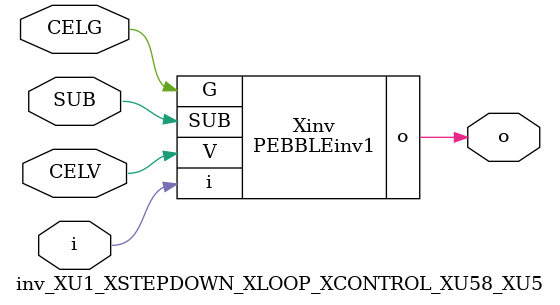
<source format=v>



module PEBBLEinv1 ( o, G, SUB, V, i );

  input V;
  input i;
  input G;
  output o;
  input SUB;
endmodule

//Celera Confidential Do Not Copy inv_XU1_XSTEPDOWN_XLOOP_XCONTROL_XU58_XU5
//Celera Confidential Symbol Generator
//5V Inverter
module inv_XU1_XSTEPDOWN_XLOOP_XCONTROL_XU58_XU5 (CELV,CELG,i,o,SUB);
input CELV;
input CELG;
input i;
input SUB;
output o;

//Celera Confidential Do Not Copy inv
PEBBLEinv1 Xinv(
.V (CELV),
.i (i),
.o (o),
.SUB (SUB),
.G (CELG)
);
//,diesize,PEBBLEinv1

//Celera Confidential Do Not Copy Module End
//Celera Schematic Generator
endmodule

</source>
